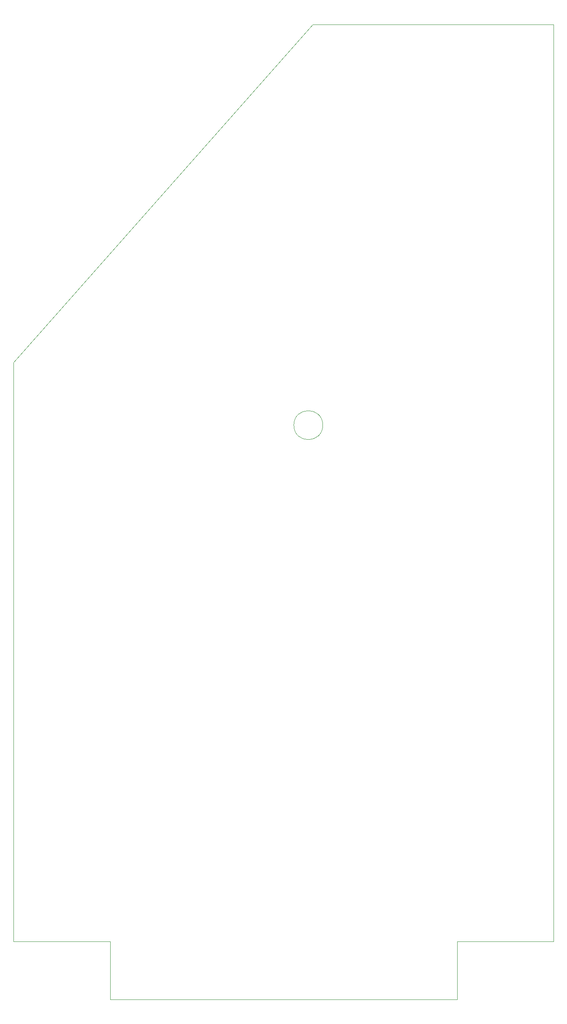
<source format=gbr>
%TF.GenerationSoftware,KiCad,Pcbnew,8.0.7-8.0.7-0~ubuntu22.04.1*%
%TF.CreationDate,2025-01-06T19:22:07+01:00*%
%TF.ProjectId,RIAA,52494141-2e6b-4696-9361-645f70636258,0.1*%
%TF.SameCoordinates,Original*%
%TF.FileFunction,Profile,NP*%
%FSLAX46Y46*%
G04 Gerber Fmt 4.6, Leading zero omitted, Abs format (unit mm)*
G04 Created by KiCad (PCBNEW 8.0.7-8.0.7-0~ubuntu22.04.1) date 2025-01-06 19:22:07*
%MOMM*%
%LPD*%
G01*
G04 APERTURE LIST*
%TA.AperFunction,Profile*%
%ADD10C,0.050000*%
%TD*%
G04 APERTURE END LIST*
D10*
X254412800Y-27356800D02*
X254406400Y-217352800D01*
X234406400Y-217352800D02*
X234406400Y-229352800D01*
X254406400Y-217352800D02*
X234406400Y-217352800D01*
X234406400Y-229352800D02*
X162407600Y-229343200D01*
X206525000Y-110348000D02*
G75*
G02*
X200525000Y-110348000I-3000000J0D01*
G01*
X200525000Y-110348000D02*
G75*
G02*
X206525000Y-110348000I3000000J0D01*
G01*
X162407600Y-229343200D02*
X162407600Y-217343200D01*
X204412800Y-27356800D02*
X254412800Y-27356800D01*
X142407600Y-217343200D02*
X142407600Y-97343200D01*
X162407600Y-217343200D02*
X142407600Y-217343200D01*
X142407600Y-97343200D02*
X204412800Y-27356800D01*
M02*

</source>
